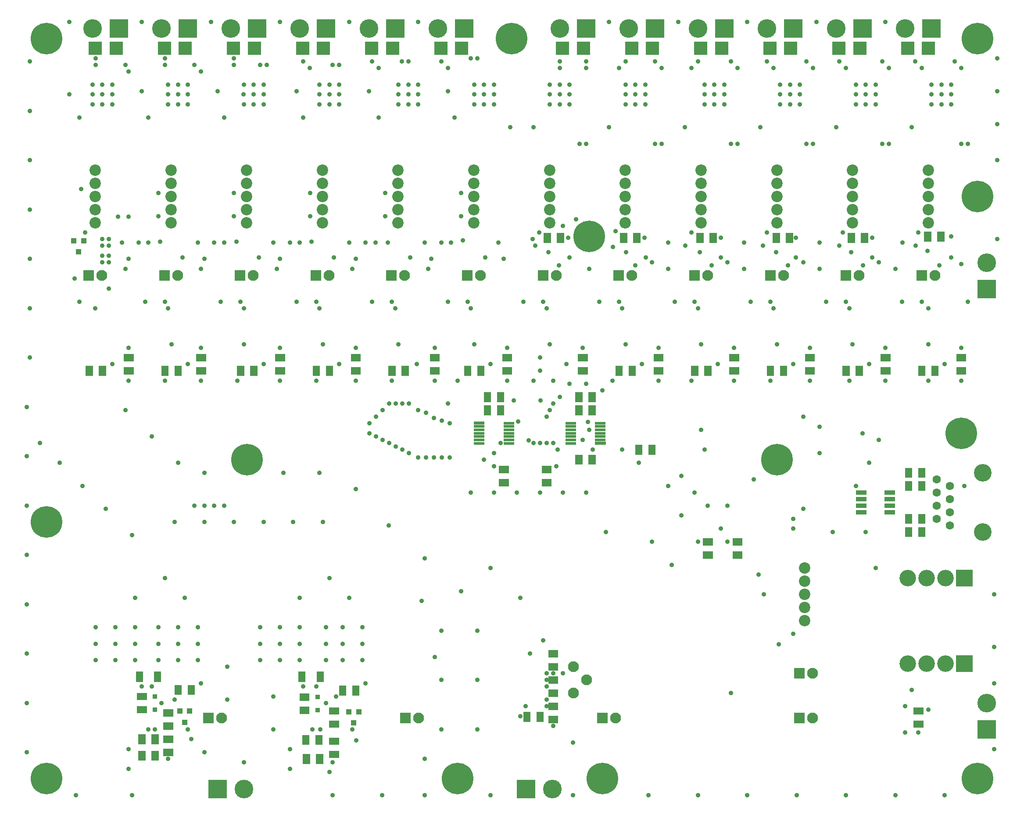
<source format=gbs>
G04 #@! TF.GenerationSoftware,KiCad,Pcbnew,(5.1.6)-1*
G04 #@! TF.CreationDate,2023-07-15T17:20:03+02:00*
G04 #@! TF.ProjectId,zone-controller,7a6f6e65-2d63-46f6-9e74-726f6c6c6572,rev?*
G04 #@! TF.SameCoordinates,Original*
G04 #@! TF.FileFunction,Soldermask,Bot*
G04 #@! TF.FilePolarity,Negative*
%FSLAX46Y46*%
G04 Gerber Fmt 4.6, Leading zero omitted, Abs format (unit mm)*
G04 Created by KiCad (PCBNEW (5.1.6)-1) date 2023-07-15 17:20:03*
%MOMM*%
%LPD*%
G01*
G04 APERTURE LIST*
%ADD10C,0.900000*%
%ADD11C,0.100000*%
%ADD12R,1.100000X1.100000*%
%ADD13C,6.100000*%
%ADD14C,2.200000*%
%ADD15R,2.600000X2.600000*%
%ADD16R,1.400000X2.100000*%
%ADD17R,2.100000X2.100000*%
%ADD18C,2.100000*%
%ADD19R,3.600000X3.600000*%
%ADD20C,3.600000*%
%ADD21R,2.100000X0.900000*%
%ADD22R,2.100000X0.600000*%
%ADD23O,3.200000X3.200000*%
%ADD24R,3.200000X3.200000*%
%ADD25C,1.600000*%
%ADD26C,3.400000*%
%ADD27R,0.900000X0.900000*%
G04 APERTURE END LIST*
D10*
X42418000Y-34290000D03*
X202692000Y-36830000D03*
X41656000Y-25908000D03*
X209550000Y-35052000D03*
X204978000Y-37846000D03*
X209550000Y-39116000D03*
X211455000Y-40386000D03*
X207264000Y-40640000D03*
X194310000Y-35306000D03*
X190246000Y-38100000D03*
X192532000Y-40640000D03*
X194310000Y-39116000D03*
X187960000Y-36830000D03*
X179578000Y-35306000D03*
X179578000Y-39116000D03*
X175768000Y-38100000D03*
X173228000Y-36830000D03*
X178054000Y-40640000D03*
X133858000Y-40640000D03*
X134620000Y-33020000D03*
X128778000Y-35560000D03*
X131826000Y-38100000D03*
X135636000Y-35306000D03*
X135890000Y-39116000D03*
X146812000Y-38100000D03*
X150622000Y-39116000D03*
X150368000Y-35306000D03*
X144272000Y-37084000D03*
X158242000Y-36830000D03*
X165100000Y-35306000D03*
X165100000Y-39116000D03*
X161036000Y-38100000D03*
X163322000Y-40640000D03*
X148590000Y-40640000D03*
X130048000Y-34290000D03*
X137160000Y-31750000D03*
X122174000Y-36195000D03*
X115316000Y-35814000D03*
X119634000Y-39116000D03*
X105156000Y-39116000D03*
X100838000Y-36195000D03*
X86106000Y-36068000D03*
X90424000Y-39116000D03*
X71628000Y-36068000D03*
X75946000Y-39116000D03*
X56896000Y-36068000D03*
X61214000Y-39116000D03*
X48768000Y-31242000D03*
X50800000Y-31242000D03*
D11*
G36*
X132272000Y-34356000D02*
G01*
X132272000Y-36256000D01*
X130872000Y-36256000D01*
X130872000Y-34356000D01*
X132272000Y-34356000D01*
G37*
G36*
X134812000Y-34356000D02*
G01*
X134812000Y-36256000D01*
X133412000Y-36256000D01*
X133412000Y-34356000D01*
X134812000Y-34356000D01*
G37*
G36*
X205678000Y-34102000D02*
G01*
X205678000Y-36002000D01*
X204278000Y-36002000D01*
X204278000Y-34102000D01*
X205678000Y-34102000D01*
G37*
G36*
X208218000Y-34102000D02*
G01*
X208218000Y-36002000D01*
X206818000Y-36002000D01*
X206818000Y-34102000D01*
X208218000Y-34102000D01*
G37*
G36*
X147004000Y-34356000D02*
G01*
X147004000Y-36256000D01*
X145604000Y-36256000D01*
X145604000Y-34356000D01*
X147004000Y-34356000D01*
G37*
G36*
X149544000Y-34356000D02*
G01*
X149544000Y-36256000D01*
X148144000Y-36256000D01*
X148144000Y-34356000D01*
X149544000Y-34356000D01*
G37*
G36*
X161736000Y-34356000D02*
G01*
X161736000Y-36256000D01*
X160336000Y-36256000D01*
X160336000Y-34356000D01*
X161736000Y-34356000D01*
G37*
G36*
X164276000Y-34356000D02*
G01*
X164276000Y-36256000D01*
X162876000Y-36256000D01*
X162876000Y-34356000D01*
X164276000Y-34356000D01*
G37*
G36*
X190946000Y-34356000D02*
G01*
X190946000Y-36256000D01*
X189546000Y-36256000D01*
X189546000Y-34356000D01*
X190946000Y-34356000D01*
G37*
G36*
X193486000Y-34356000D02*
G01*
X193486000Y-36256000D01*
X192086000Y-36256000D01*
X192086000Y-34356000D01*
X193486000Y-34356000D01*
G37*
G36*
X176468000Y-34356000D02*
G01*
X176468000Y-36256000D01*
X175068000Y-36256000D01*
X175068000Y-34356000D01*
X176468000Y-34356000D01*
G37*
G36*
X179008000Y-34356000D02*
G01*
X179008000Y-36256000D01*
X177608000Y-36256000D01*
X177608000Y-34356000D01*
X179008000Y-34356000D01*
G37*
D12*
X41148000Y-38030000D03*
X42098000Y-35830000D03*
X40198000Y-35830000D03*
D10*
X89535000Y-100965000D03*
X57785000Y-100965000D03*
X107950000Y-135890000D03*
X33655000Y-74930000D03*
X37465000Y-78740000D03*
X46355000Y-87630000D03*
X41910000Y-83185000D03*
X51435000Y-92710000D03*
X59690000Y-90170000D03*
X65405000Y-90170000D03*
X71120000Y-90170000D03*
D13*
X34925000Y-90170000D03*
X214630000Y-27305000D03*
X114300000Y-139700000D03*
X211455000Y-73025000D03*
D10*
X184150000Y-71755000D03*
X184150000Y-76835000D03*
X160020000Y-84455000D03*
X171450000Y-81915000D03*
X173355000Y-104140000D03*
X180975000Y-69850000D03*
X180975000Y-87630000D03*
X191135000Y-83185000D03*
X194945000Y-99060000D03*
X193040000Y-92075000D03*
X193675000Y-78740000D03*
X195580000Y-74295000D03*
X192405000Y-73025000D03*
X186690000Y-92075000D03*
X179070000Y-91440000D03*
X179070000Y-89535000D03*
X155575000Y-98425000D03*
X157480000Y-88900000D03*
X157480000Y-81280000D03*
X133604000Y-76200000D03*
X121285000Y-76835000D03*
X121285000Y-79375000D03*
X133350000Y-79375000D03*
X130175000Y-60960000D03*
X130175000Y-58420000D03*
D11*
G36*
X205675000Y-61910000D02*
G01*
X205675000Y-60010000D01*
X207075000Y-60010000D01*
X207075000Y-61910000D01*
X205675000Y-61910000D01*
G37*
G36*
X203135000Y-61910000D02*
G01*
X203135000Y-60010000D01*
X204535000Y-60010000D01*
X204535000Y-61910000D01*
X203135000Y-61910000D01*
G37*
G36*
X147255000Y-61910000D02*
G01*
X147255000Y-60010000D01*
X148655000Y-60010000D01*
X148655000Y-61910000D01*
X147255000Y-61910000D01*
G37*
G36*
X144715000Y-61910000D02*
G01*
X144715000Y-60010000D01*
X146115000Y-60010000D01*
X146115000Y-61910000D01*
X144715000Y-61910000D01*
G37*
G36*
X88835000Y-61910000D02*
G01*
X88835000Y-60010000D01*
X90235000Y-60010000D01*
X90235000Y-61910000D01*
X88835000Y-61910000D01*
G37*
G36*
X86295000Y-61910000D02*
G01*
X86295000Y-60010000D01*
X87695000Y-60010000D01*
X87695000Y-61910000D01*
X86295000Y-61910000D01*
G37*
G36*
X149925000Y-75250000D02*
G01*
X149925000Y-77150000D01*
X148525000Y-77150000D01*
X148525000Y-75250000D01*
X149925000Y-75250000D01*
G37*
G36*
X152465000Y-75250000D02*
G01*
X152465000Y-77150000D01*
X151065000Y-77150000D01*
X151065000Y-75250000D01*
X152465000Y-75250000D01*
G37*
G36*
X191070000Y-61910000D02*
G01*
X191070000Y-60010000D01*
X192470000Y-60010000D01*
X192470000Y-61910000D01*
X191070000Y-61910000D01*
G37*
G36*
X188530000Y-61910000D02*
G01*
X188530000Y-60010000D01*
X189930000Y-60010000D01*
X189930000Y-61910000D01*
X188530000Y-61910000D01*
G37*
G36*
X74230000Y-61910000D02*
G01*
X74230000Y-60010000D01*
X75630000Y-60010000D01*
X75630000Y-61910000D01*
X74230000Y-61910000D01*
G37*
G36*
X71690000Y-61910000D02*
G01*
X71690000Y-60010000D01*
X73090000Y-60010000D01*
X73090000Y-61910000D01*
X71690000Y-61910000D01*
G37*
G36*
X132395000Y-80710000D02*
G01*
X130495000Y-80710000D01*
X130495000Y-79310000D01*
X132395000Y-79310000D01*
X132395000Y-80710000D01*
G37*
G36*
X132395000Y-83250000D02*
G01*
X130495000Y-83250000D01*
X130495000Y-81850000D01*
X132395000Y-81850000D01*
X132395000Y-83250000D01*
G37*
G36*
X176465000Y-61910000D02*
G01*
X176465000Y-60010000D01*
X177865000Y-60010000D01*
X177865000Y-61910000D01*
X176465000Y-61910000D01*
G37*
G36*
X173925000Y-61910000D02*
G01*
X173925000Y-60010000D01*
X175325000Y-60010000D01*
X175325000Y-61910000D01*
X173925000Y-61910000D01*
G37*
G36*
X118045000Y-61910000D02*
G01*
X118045000Y-60010000D01*
X119445000Y-60010000D01*
X119445000Y-61910000D01*
X118045000Y-61910000D01*
G37*
G36*
X115505000Y-61910000D02*
G01*
X115505000Y-60010000D01*
X116905000Y-60010000D01*
X116905000Y-61910000D01*
X115505000Y-61910000D01*
G37*
G36*
X59625000Y-61910000D02*
G01*
X59625000Y-60010000D01*
X61025000Y-60010000D01*
X61025000Y-61910000D01*
X59625000Y-61910000D01*
G37*
G36*
X57085000Y-61910000D02*
G01*
X57085000Y-60010000D01*
X58485000Y-60010000D01*
X58485000Y-61910000D01*
X57085000Y-61910000D01*
G37*
G36*
X124140000Y-80710000D02*
G01*
X122240000Y-80710000D01*
X122240000Y-79310000D01*
X124140000Y-79310000D01*
X124140000Y-80710000D01*
G37*
G36*
X124140000Y-83250000D02*
G01*
X122240000Y-83250000D01*
X122240000Y-81850000D01*
X124140000Y-81850000D01*
X124140000Y-83250000D01*
G37*
G36*
X161860000Y-61910000D02*
G01*
X161860000Y-60010000D01*
X163260000Y-60010000D01*
X163260000Y-61910000D01*
X161860000Y-61910000D01*
G37*
G36*
X159320000Y-61910000D02*
G01*
X159320000Y-60010000D01*
X160720000Y-60010000D01*
X160720000Y-61910000D01*
X159320000Y-61910000D01*
G37*
G36*
X103440000Y-61910000D02*
G01*
X103440000Y-60010000D01*
X104840000Y-60010000D01*
X104840000Y-61910000D01*
X103440000Y-61910000D01*
G37*
G36*
X100900000Y-61910000D02*
G01*
X100900000Y-60010000D01*
X102300000Y-60010000D01*
X102300000Y-61910000D01*
X100900000Y-61910000D01*
G37*
G36*
X45020000Y-61910000D02*
G01*
X45020000Y-60010000D01*
X46420000Y-60010000D01*
X46420000Y-61910000D01*
X45020000Y-61910000D01*
G37*
G36*
X42480000Y-61910000D02*
G01*
X42480000Y-60010000D01*
X43880000Y-60010000D01*
X43880000Y-61910000D01*
X42480000Y-61910000D01*
G37*
D10*
X112395000Y-67310000D03*
X109855000Y-116205000D03*
X200152000Y-36195000D03*
X184150000Y-36195000D03*
X169545000Y-36195000D03*
X154940000Y-36195000D03*
X39370000Y6350000D03*
X49530000Y-36195000D03*
X64135000Y-36195000D03*
X78740000Y-36195000D03*
X93345000Y-36195000D03*
X93980000Y-41275000D03*
X107950000Y-36195000D03*
X108585000Y-41275000D03*
X129286000Y-36830000D03*
X209550000Y-9525000D03*
X207645000Y-9525000D03*
X205740000Y-9525000D03*
X205740000Y-7620000D03*
X207645000Y-7620000D03*
X209550000Y-7620000D03*
X209550000Y-5715000D03*
X207645000Y-5715000D03*
X205740000Y-5715000D03*
X191135000Y-9525000D03*
X193040000Y-9525000D03*
X194945000Y-9525000D03*
X194945000Y-7620000D03*
X193040000Y-7620000D03*
X191135000Y-7620000D03*
X194945000Y-5715000D03*
X193040000Y-5715000D03*
X191135000Y-5715000D03*
X180340000Y-9525000D03*
X178435000Y-9525000D03*
X176530000Y-9525000D03*
X176530000Y-7620000D03*
X178435000Y-7620000D03*
X180340000Y-7620000D03*
X180340000Y-5715000D03*
X178435000Y-5715000D03*
X176530000Y-5715000D03*
X165735000Y-9525000D03*
X163830000Y-9525000D03*
X161925000Y-9525000D03*
X161925000Y-7620000D03*
X163830000Y-7620000D03*
X165735000Y-7620000D03*
X165735000Y-5715000D03*
X163830000Y-5715000D03*
X161925000Y-5715000D03*
X146685000Y-9525000D03*
X148590000Y-9525000D03*
X150495000Y-9525000D03*
X150495000Y-7620000D03*
X148590000Y-7620000D03*
X146685000Y-7620000D03*
X150495000Y-5715000D03*
X148590000Y-5715000D03*
X146685000Y-5715000D03*
X135890000Y-9525000D03*
X133985000Y-9525000D03*
X132080000Y-9525000D03*
X132080000Y-7620000D03*
X133985000Y-7620000D03*
X135890000Y-7620000D03*
X135890000Y-5715000D03*
X133985000Y-5715000D03*
X132080000Y-5715000D03*
X121285000Y-9525000D03*
X119380000Y-9525000D03*
X117475000Y-9525000D03*
X117475000Y-7620000D03*
X119380000Y-7620000D03*
X121285000Y-7620000D03*
X121285000Y-5715000D03*
X119380000Y-5715000D03*
X117475000Y-5715000D03*
X106680000Y-9525000D03*
X104775000Y-9525000D03*
X102870000Y-9525000D03*
X106680000Y-7620000D03*
X104775000Y-7620000D03*
X102870000Y-7620000D03*
X106680000Y-5715000D03*
X104775000Y-5715000D03*
X102870000Y-5715000D03*
X91440000Y-9525000D03*
X89535000Y-9525000D03*
X87630000Y-9525000D03*
X87630000Y-7620000D03*
X89535000Y-7620000D03*
X91440000Y-7620000D03*
X91440000Y-5715000D03*
X89535000Y-5715000D03*
X87630000Y-5715000D03*
X73025000Y-9525000D03*
X74930000Y-9525000D03*
X76835000Y-9525000D03*
X76835000Y-7620000D03*
X74930000Y-7620000D03*
X72957000Y-7620000D03*
X76835000Y-5715000D03*
X74930000Y-5715000D03*
X73025000Y-5715000D03*
X58420000Y-9525000D03*
X58420000Y-7620000D03*
X60325000Y-7620000D03*
X60325000Y-9525000D03*
X62230000Y-9525000D03*
X62230000Y-7620000D03*
X62230000Y-5715000D03*
X60325000Y-5715000D03*
X58420000Y-5715000D03*
X45720000Y-9525000D03*
X45720000Y-5715000D03*
X45720000Y-7620000D03*
X47625000Y-7620000D03*
X47625000Y-9525000D03*
X43815000Y-9525000D03*
X43815000Y-7620000D03*
X47625000Y-5715000D03*
X43815000Y-5715000D03*
X44450000Y-116840000D03*
X48260000Y-116840000D03*
X52070000Y-116840000D03*
X52070000Y-113665000D03*
X48260000Y-113665000D03*
X44450000Y-113665000D03*
X44450000Y-110490000D03*
X48260000Y-110490000D03*
X52070000Y-110490000D03*
X60325000Y-113665000D03*
X56515000Y-113665000D03*
X56515000Y-116840000D03*
X60325000Y-116840000D03*
X64135000Y-116840000D03*
X64135000Y-113665000D03*
X64135000Y-110490000D03*
X60325000Y-110490000D03*
X56515000Y-110490000D03*
X88265000Y-90170000D03*
X82550000Y-90170000D03*
X76835000Y-90170000D03*
X78740000Y-123825000D03*
X78740000Y-130175000D03*
X83820000Y-116840000D03*
X83820000Y-113665000D03*
X80010000Y-113665000D03*
X80010000Y-116840000D03*
X76200000Y-116840000D03*
X76200000Y-113665000D03*
X76200000Y-110490000D03*
X80010000Y-110490000D03*
X83820000Y-110490000D03*
X92075000Y-110490000D03*
X95885000Y-113665000D03*
X88900000Y-113665000D03*
X92075000Y-113665000D03*
X92075000Y-116840000D03*
X95885000Y-116840000D03*
X95885000Y-110490000D03*
X88900000Y-110490000D03*
X88900000Y-116840000D03*
X107315000Y-105410000D03*
X111125000Y-111125000D03*
X111125000Y-120650000D03*
X111125000Y-130175000D03*
X107950000Y-142875000D03*
X99695000Y-142875000D03*
X90170000Y-142875000D03*
X217805000Y-104140000D03*
X217805000Y-114300000D03*
X217805000Y-121285000D03*
X217805000Y-133985000D03*
X55245000Y-73660000D03*
X60325000Y-78740000D03*
X65405000Y-80645000D03*
X80645000Y-80645000D03*
X87630000Y-80645000D03*
X94615000Y-83820000D03*
X100965000Y-90805000D03*
X107950000Y-97155000D03*
X114935000Y-103505000D03*
X50165000Y-68580000D03*
X118110000Y-111125000D03*
X118110000Y-120650000D03*
X118110000Y-130175000D03*
X136525000Y-142875000D03*
X120650000Y-142875000D03*
X151130000Y-142875000D03*
X160655000Y-142875000D03*
X170180000Y-142875000D03*
X179705000Y-142875000D03*
X189230000Y-142875000D03*
X198755000Y-142875000D03*
X208280000Y-142875000D03*
X51435000Y-142875000D03*
X40640000Y-142875000D03*
X31115000Y-134620000D03*
X31115000Y-125095000D03*
X31115000Y-115570000D03*
X31115000Y-106045000D03*
X31115000Y-96520000D03*
X31115000Y-86995000D03*
X31115000Y-77470000D03*
X31115000Y-67945000D03*
X31750000Y-58420000D03*
X218440000Y-35560000D03*
X218440000Y-13335000D03*
X218440000Y-20320000D03*
X218440000Y-6985000D03*
X218440000Y-635000D03*
X196850000Y6350000D03*
X183515000Y6350000D03*
X170180000Y6350000D03*
X156845000Y6350000D03*
X143510000Y6350000D03*
X31750000Y-1270000D03*
X31750000Y-10795000D03*
X106680000Y6350000D03*
X93345000Y6350000D03*
X80010000Y6350000D03*
X66675000Y6350000D03*
X53340000Y6350000D03*
X31750000Y-48895000D03*
X31750000Y-39370000D03*
X31750000Y-29845000D03*
X31750000Y-20320000D03*
X166370000Y-86995000D03*
X120650000Y-99060000D03*
X126365000Y-104775000D03*
X179070000Y-111760000D03*
X137795000Y-17145000D03*
X211455000Y-17145000D03*
X203200000Y-34290000D03*
X188595000Y-34290000D03*
X173990000Y-34290000D03*
X197485000Y-17145000D03*
X182880000Y-17145000D03*
X168275000Y-17145000D03*
X144780000Y-34036000D03*
X159385000Y-34290000D03*
X153670000Y-17145000D03*
X139065000Y-17145000D03*
X196215000Y-17145000D03*
X158115000Y-13970000D03*
X167005000Y-17145000D03*
X151765000Y-40005000D03*
X139700000Y-41275000D03*
X123190000Y-39370000D03*
D14*
X44323000Y-22225000D03*
X44323000Y-32385000D03*
X44323000Y-27305000D03*
X44323000Y-29845000D03*
X44323000Y-24765000D03*
X58939540Y-22225000D03*
X58939540Y-32385000D03*
X58939540Y-27305000D03*
X58939540Y-29845000D03*
X58939540Y-24765000D03*
D13*
X142240000Y-139700000D03*
D10*
X197485000Y-2540000D03*
X196215000Y-1270000D03*
X189230000Y-2540000D03*
X187960000Y-1270000D03*
X203835000Y-2540000D03*
X202565000Y-1270000D03*
X211455000Y-2540000D03*
X210185000Y-1270000D03*
X175260000Y-2540000D03*
X173990000Y-1270000D03*
X182880000Y-2540000D03*
X181610000Y-1270000D03*
X159385000Y-2540000D03*
X160655000Y-1270000D03*
X168275000Y-2540000D03*
X167005000Y-1270000D03*
X145415000Y-2540000D03*
X146685000Y-1270000D03*
X153670000Y-2540000D03*
X152400000Y-1270000D03*
X139065000Y-2540000D03*
X139065000Y-1270000D03*
X133985000Y-2540000D03*
X133985000Y-1270000D03*
X112395000Y-2540000D03*
X111125000Y-1270000D03*
X118110000Y-635000D03*
X116840000Y-635000D03*
X104775000Y-1270000D03*
X103505000Y-1270000D03*
X99060000Y-2540000D03*
X97790000Y-1270000D03*
X91440000Y-1905000D03*
X90170000Y-1905000D03*
X85725000Y-2540000D03*
X84455000Y-1270000D03*
X77470000Y-1905000D03*
X76200000Y-1905000D03*
X71120000Y-1905000D03*
X71120000Y-635000D03*
X57785000Y-1905000D03*
X57785000Y-635000D03*
X64770000Y-3175000D03*
X63500000Y-1905000D03*
X50800000Y-3175000D03*
X50165000Y-1905000D03*
X44450000Y-1905000D03*
X44450000Y-635000D03*
D15*
X44355000Y1270000D03*
X48355000Y1270000D03*
D13*
X124714000Y3175000D03*
X139700000Y-35052000D03*
X175895000Y-78105000D03*
X73660000Y-78105000D03*
X34925000Y-139700000D03*
X214630000Y-139700000D03*
X214630000Y3175000D03*
X34925000Y3175000D03*
D14*
X146638818Y-22225000D03*
X146638818Y-32385000D03*
X146638818Y-27305000D03*
X146638818Y-29845000D03*
X146638818Y-24765000D03*
X117405727Y-22225000D03*
X117405727Y-32385000D03*
X117405727Y-27305000D03*
X117405727Y-29845000D03*
X117405727Y-24765000D03*
X132022273Y-22225000D03*
X132022273Y-32385000D03*
X132022273Y-27305000D03*
X132022273Y-29845000D03*
X132022273Y-24765000D03*
X205105000Y-22225000D03*
X205105000Y-32385000D03*
X205105000Y-27305000D03*
X205105000Y-29845000D03*
X205105000Y-24765000D03*
X190488455Y-22225000D03*
X190488455Y-32385000D03*
X190488455Y-27305000D03*
X190488455Y-29845000D03*
X190488455Y-24765000D03*
X175871909Y-22225000D03*
X175871909Y-32385000D03*
X175871909Y-27305000D03*
X175871909Y-29845000D03*
X175871909Y-24765000D03*
X161255364Y-22225000D03*
X161255364Y-32385000D03*
X161255364Y-27305000D03*
X161255364Y-29845000D03*
X161255364Y-24765000D03*
X102789182Y-22225000D03*
X102789182Y-32385000D03*
X102789182Y-27305000D03*
X102789182Y-29845000D03*
X102789182Y-24765000D03*
X88172636Y-22225000D03*
X88172636Y-32385000D03*
X88172636Y-27305000D03*
X88172636Y-29845000D03*
X88172636Y-24765000D03*
X73556091Y-22225000D03*
X73556091Y-32385000D03*
X73556091Y-27305000D03*
X73556091Y-29845000D03*
X73556091Y-24765000D03*
X181229000Y-99060000D03*
X181229000Y-109220000D03*
X181229000Y-104140000D03*
X181229000Y-106680000D03*
X181229000Y-101600000D03*
D16*
X52860000Y-120015000D03*
X56360000Y-120015000D03*
X84229000Y-120015000D03*
X87729000Y-120015000D03*
D11*
G36*
X61025000Y-121605000D02*
G01*
X61025000Y-123505000D01*
X59625000Y-123505000D01*
X59625000Y-121605000D01*
X61025000Y-121605000D01*
G37*
G36*
X63565000Y-121605000D02*
G01*
X63565000Y-123505000D01*
X62165000Y-123505000D01*
X62165000Y-121605000D01*
X63565000Y-121605000D01*
G37*
D17*
X43053000Y-42545000D03*
D18*
X45593000Y-42545000D03*
D10*
X83820000Y-104775000D03*
X52070000Y-104775000D03*
D15*
X201105000Y1270000D03*
X205105000Y1270000D03*
D19*
X205740000Y5080000D03*
D20*
X200660000Y5080000D03*
D19*
X192405000Y5080000D03*
D20*
X187325000Y5080000D03*
D19*
X179070000Y5080000D03*
D20*
X173990000Y5080000D03*
D19*
X165735000Y5080000D03*
D20*
X160655000Y5080000D03*
D19*
X152400000Y5080000D03*
D20*
X147320000Y5080000D03*
D19*
X139065000Y5080000D03*
D20*
X133985000Y5080000D03*
D19*
X115570000Y5080000D03*
D20*
X110490000Y5080000D03*
D19*
X102235000Y5080000D03*
D20*
X97155000Y5080000D03*
D19*
X88900000Y5080000D03*
D20*
X83820000Y5080000D03*
D19*
X75565000Y5080000D03*
D20*
X70485000Y5080000D03*
D19*
X62230000Y5080000D03*
D20*
X57150000Y5080000D03*
D19*
X216408000Y-45212000D03*
D20*
X216408000Y-40132000D03*
D19*
X216408000Y-130175000D03*
D20*
X216408000Y-125095000D03*
D19*
X48895000Y5080000D03*
D20*
X43815000Y5080000D03*
D19*
X127508000Y-141732000D03*
D20*
X132588000Y-141732000D03*
D19*
X67945000Y-141732000D03*
D20*
X73025000Y-141732000D03*
D21*
X197705000Y-85725000D03*
X192185000Y-86995000D03*
X192185000Y-85725000D03*
X197705000Y-84455000D03*
X192185000Y-88265000D03*
X192185000Y-84455000D03*
X197705000Y-86995000D03*
X197705000Y-88265000D03*
D22*
X118422500Y-72375000D03*
D11*
G36*
X117372500Y-71375000D02*
G01*
X117372500Y-70775000D01*
X119472500Y-70775000D01*
X119472500Y-71375000D01*
X117372500Y-71375000D01*
G37*
D22*
X124147500Y-73025000D03*
X118422500Y-71725000D03*
X118422500Y-73675000D03*
X124147500Y-73675000D03*
X124147500Y-71725000D03*
X118422500Y-74975000D03*
X118422500Y-74325000D03*
X118422500Y-73025000D03*
X124147500Y-72375000D03*
X124147500Y-74325000D03*
X124147500Y-71075000D03*
X124147500Y-74975000D03*
X141800500Y-73675000D03*
D11*
G36*
X142850500Y-74675000D02*
G01*
X142850500Y-75275000D01*
X140750500Y-75275000D01*
X140750500Y-74675000D01*
X142850500Y-74675000D01*
G37*
D22*
X136075500Y-73025000D03*
X141800500Y-74325000D03*
X141800500Y-72375000D03*
X136075500Y-72375000D03*
X136075500Y-74325000D03*
X141800500Y-71075000D03*
X141800500Y-71725000D03*
X141800500Y-73025000D03*
X136075500Y-73675000D03*
X136075500Y-71725000D03*
X136075500Y-74975000D03*
X136075500Y-71075000D03*
D10*
X93345000Y-104775000D03*
X84455000Y-121920000D03*
X86995000Y-121920000D03*
X96520000Y-121285000D03*
X90805000Y-123825000D03*
X88900000Y-125095000D03*
X86233000Y-130175000D03*
X87757000Y-130175000D03*
X93980000Y-130175000D03*
X94742000Y-132334000D03*
X90170000Y-136525000D03*
X89535000Y-138430000D03*
X81915000Y-133985000D03*
X81915000Y-137795000D03*
X61595000Y-104775000D03*
X53340000Y-121920000D03*
X55245000Y-121920000D03*
X59690000Y-124460000D03*
X64770000Y-121285000D03*
X57150000Y-125095000D03*
X62230000Y-130175000D03*
X62865000Y-132080000D03*
X58420000Y-135890000D03*
X50800000Y-133985000D03*
X50800000Y-137795000D03*
X69850000Y-124460000D03*
X65405000Y-134620000D03*
X73025000Y-136525000D03*
X69850000Y-118110000D03*
X149225000Y-78740000D03*
X63500000Y-86995000D03*
X69215000Y-86995000D03*
X67310000Y-86995000D03*
X65405000Y-86995000D03*
X45720000Y-40005000D03*
X46990000Y-40005000D03*
X45720000Y-36830000D03*
X46990000Y-36830000D03*
X46990000Y-38735000D03*
X46990000Y-35560000D03*
X46990000Y-45085000D03*
X41275000Y-47625000D03*
X40386000Y-43180000D03*
X161925000Y-76200000D03*
X146050000Y-76200000D03*
X162560000Y-86995000D03*
X165100000Y-91440000D03*
X212090000Y-83185000D03*
X167005000Y-123190000D03*
X154940000Y-83185000D03*
X161290000Y-72390000D03*
X151765000Y-93980000D03*
X151765000Y-93980000D03*
X139065000Y-63500000D03*
X135890000Y-63500000D03*
X142875000Y-92075000D03*
X200660000Y-125730000D03*
X201930000Y-122555000D03*
X140335000Y-76200000D03*
X45720000Y-35560000D03*
X45720000Y-38735000D03*
X41275000Y-12065000D03*
X198755000Y-41275000D03*
X184150000Y-41275000D03*
X169545000Y-41275000D03*
X154940000Y-41275000D03*
X113030000Y-36195000D03*
X114935000Y-31115000D03*
X114935000Y-26670000D03*
X113665000Y-12065000D03*
X96520000Y-36195000D03*
X100330000Y-31115000D03*
X100330000Y-26670000D03*
X99060000Y-12065000D03*
X83820000Y-36195000D03*
X85852000Y-31115000D03*
X85852000Y-26670000D03*
X84455000Y-12065000D03*
X69215000Y-12065000D03*
X69215000Y-36195000D03*
X71120000Y-31115000D03*
X71120000Y-26670000D03*
X54610000Y-12065000D03*
X50165000Y-41275000D03*
X56515000Y-31115000D03*
X56515000Y-26670000D03*
X176276000Y-113792000D03*
X203200000Y-130810000D03*
X200660000Y-130810000D03*
X205105000Y-126365000D03*
X172339000Y-100330000D03*
X166370000Y-93980000D03*
X160655000Y-93980000D03*
X139065000Y-84455000D03*
X134620000Y-84455000D03*
X130175000Y-84455000D03*
X125730000Y-84455000D03*
X121285000Y-84455000D03*
X116840000Y-84455000D03*
X47625000Y-59690000D03*
X62230000Y-59690000D03*
X76835000Y-59690000D03*
X91440000Y-59690000D03*
X106680000Y-68580000D03*
X108204000Y-69088000D03*
X109728000Y-70104000D03*
X111252000Y-70612000D03*
X106680000Y-77724000D03*
X108204000Y-77724000D03*
X109728000Y-77724000D03*
X111252000Y-77724000D03*
X112776000Y-71120000D03*
X112776000Y-77724000D03*
X106426000Y-59690000D03*
X135255000Y-59690000D03*
X120650000Y-59690000D03*
X208280000Y-59690000D03*
X193675000Y-59690000D03*
X179070000Y-59690000D03*
X164465000Y-59690000D03*
X149860000Y-59690000D03*
X119380000Y-78105000D03*
X120015000Y-68580000D03*
X122555000Y-68580000D03*
X142240000Y-64770000D03*
X139446000Y-70866000D03*
X138430000Y-74295000D03*
X139700000Y-72390000D03*
X125095000Y-66675000D03*
X125984000Y-70739000D03*
X133985000Y-66040000D03*
X132715000Y-67310000D03*
X132080000Y-68580000D03*
X131445000Y-69850000D03*
X130302000Y-66675000D03*
X128016000Y-74422000D03*
X128905000Y-74930000D03*
X130175000Y-74930000D03*
X132715000Y-74930000D03*
X131445000Y-74930000D03*
X122555000Y-74930000D03*
X205105000Y-55880000D03*
X211455000Y-62865000D03*
X205105000Y-62865000D03*
X211455000Y-56515000D03*
X196850000Y-56515000D03*
X182245000Y-56515000D03*
X189865000Y-62865000D03*
X174625000Y-62865000D03*
X190500000Y-55880000D03*
X175895000Y-55880000D03*
X196850000Y-62865000D03*
X182245000Y-62865000D03*
X167640000Y-56515000D03*
X153035000Y-56515000D03*
X161290000Y-55880000D03*
X146685000Y-55880000D03*
X144145000Y-62865000D03*
X159385000Y-62865000D03*
X167640000Y-62865000D03*
X153035000Y-62865000D03*
X138430000Y-56515000D03*
X123825000Y-56515000D03*
X132080000Y-55880000D03*
X117475000Y-55880000D03*
X128905000Y-62865000D03*
X114300000Y-62865000D03*
X132715000Y-62865000D03*
X123825000Y-62865000D03*
X109855000Y-56515000D03*
X109855000Y-62865000D03*
X102870000Y-55880000D03*
X101600000Y-62865000D03*
X94615000Y-62865000D03*
X88265000Y-55880000D03*
X86995000Y-62865000D03*
X94615000Y-56515000D03*
X80010000Y-56515000D03*
X71755000Y-62865000D03*
X57785000Y-62865000D03*
X80010000Y-62865000D03*
X73025000Y-55880000D03*
X59055000Y-55880000D03*
X64770000Y-56515000D03*
X64770000Y-62865000D03*
X50800000Y-62865000D03*
X50800000Y-56515000D03*
X104902000Y-67310000D03*
X103632000Y-67310000D03*
X102362000Y-67310000D03*
X101092000Y-67310000D03*
X99822000Y-68580000D03*
X98552000Y-69850000D03*
X97282000Y-71120000D03*
X97282000Y-73025000D03*
X98552000Y-73660000D03*
X99822000Y-74295000D03*
X101092000Y-74930000D03*
X102362000Y-75565000D03*
X103632000Y-76200000D03*
X104902000Y-76835000D03*
X54610000Y-36195000D03*
X131445000Y-121920000D03*
X131445000Y-119380000D03*
X131445000Y-120650000D03*
X136525000Y-132715000D03*
X132715000Y-119380000D03*
X130810000Y-113030000D03*
X134620000Y-119380000D03*
X131445000Y-125730000D03*
X128270000Y-115570000D03*
X132715000Y-129540000D03*
X127381000Y-125730000D03*
X126365000Y-127635000D03*
X131445000Y-124460000D03*
X212725000Y-47625000D03*
X205105000Y-48895000D03*
X203835000Y-47625000D03*
X200025000Y-47625000D03*
X201930000Y-13970000D03*
X212725000Y-17145000D03*
X189865000Y-48895000D03*
X195580000Y-40005000D03*
X189230000Y-47625000D03*
X185420000Y-47625000D03*
X181610000Y-17145000D03*
X187325000Y-13970000D03*
X172720000Y-13970000D03*
X175260000Y-48895000D03*
X160655000Y-48895000D03*
X146050000Y-48895000D03*
X131445000Y-48895000D03*
X180975000Y-40005000D03*
X174625000Y-47625000D03*
X170815000Y-47625000D03*
X166370000Y-40005000D03*
X160020000Y-47625000D03*
X156210000Y-47625000D03*
X145415000Y-47625000D03*
X141605000Y-47625000D03*
X130810000Y-47625000D03*
X127000000Y-47625000D03*
X152400000Y-17145000D03*
X143510000Y-13970000D03*
X128905000Y-13970000D03*
X124460000Y-13970000D03*
X116840000Y-48895000D03*
X116205000Y-47625000D03*
X112395000Y-47625000D03*
X112395000Y-6985000D03*
X97155000Y-6985000D03*
X111125000Y-36195000D03*
X109220000Y-39370000D03*
X102235000Y-48895000D03*
X101600000Y-47625000D03*
X97790000Y-47625000D03*
X98425000Y-36195000D03*
X94615000Y-39370000D03*
X87630000Y-48895000D03*
X86995000Y-47625000D03*
X83185000Y-47625000D03*
X83185000Y-6985000D03*
X81915000Y-36195000D03*
X80010000Y-39370000D03*
X79375000Y-41275000D03*
X73025000Y-48895000D03*
X72390000Y-47625000D03*
X68580000Y-47625000D03*
X67945000Y-6985000D03*
X67310000Y-36195000D03*
X64770000Y-41275000D03*
X58420000Y-48895000D03*
X57785000Y-47625000D03*
X53975000Y-47625000D03*
X65405000Y-39370000D03*
X50800000Y-39370000D03*
X52705000Y-36195000D03*
X53340000Y-6985000D03*
X44323000Y-48895000D03*
X39370000Y-7620000D03*
X54610000Y-130175000D03*
X55880000Y-130175000D03*
D11*
G36*
X163510000Y-94680000D02*
G01*
X161610000Y-94680000D01*
X161610000Y-93280000D01*
X163510000Y-93280000D01*
X163510000Y-94680000D01*
G37*
G36*
X163510000Y-97220000D02*
G01*
X161610000Y-97220000D01*
X161610000Y-95820000D01*
X163510000Y-95820000D01*
X163510000Y-97220000D01*
G37*
G36*
X169225000Y-94680000D02*
G01*
X167325000Y-94680000D01*
X167325000Y-93280000D01*
X169225000Y-93280000D01*
X169225000Y-94680000D01*
G37*
G36*
X169225000Y-97220000D02*
G01*
X167325000Y-97220000D01*
X167325000Y-95820000D01*
X169225000Y-95820000D01*
X169225000Y-97220000D01*
G37*
G36*
X92775000Y-121732000D02*
G01*
X92775000Y-123632000D01*
X91375000Y-123632000D01*
X91375000Y-121732000D01*
X92775000Y-121732000D01*
G37*
G36*
X95315000Y-121732000D02*
G01*
X95315000Y-123632000D01*
X93915000Y-123632000D01*
X93915000Y-121732000D01*
X95315000Y-121732000D01*
G37*
G36*
X201995000Y-91125000D02*
G01*
X201995000Y-93025000D01*
X200595000Y-93025000D01*
X200595000Y-91125000D01*
X201995000Y-91125000D01*
G37*
G36*
X204535000Y-91125000D02*
G01*
X204535000Y-93025000D01*
X203135000Y-93025000D01*
X203135000Y-91125000D01*
X204535000Y-91125000D01*
G37*
G36*
X201995000Y-88585000D02*
G01*
X201995000Y-90485000D01*
X200595000Y-90485000D01*
X200595000Y-88585000D01*
X201995000Y-88585000D01*
G37*
G36*
X204535000Y-88585000D02*
G01*
X204535000Y-90485000D01*
X203135000Y-90485000D01*
X203135000Y-88585000D01*
X204535000Y-88585000D01*
G37*
G36*
X201995000Y-82235000D02*
G01*
X201995000Y-84135000D01*
X200595000Y-84135000D01*
X200595000Y-82235000D01*
X201995000Y-82235000D01*
G37*
G36*
X204535000Y-82235000D02*
G01*
X204535000Y-84135000D01*
X203135000Y-84135000D01*
X203135000Y-82235000D01*
X204535000Y-82235000D01*
G37*
G36*
X201995000Y-79695000D02*
G01*
X201995000Y-81595000D01*
X200595000Y-81595000D01*
X200595000Y-79695000D01*
X201995000Y-79695000D01*
G37*
G36*
X204535000Y-79695000D02*
G01*
X204535000Y-81595000D01*
X203135000Y-81595000D01*
X203135000Y-79695000D01*
X204535000Y-79695000D01*
G37*
G36*
X83759000Y-125792000D02*
G01*
X85659000Y-125792000D01*
X85659000Y-127192000D01*
X83759000Y-127192000D01*
X83759000Y-125792000D01*
G37*
G36*
X83759000Y-123252000D02*
G01*
X85659000Y-123252000D01*
X85659000Y-124652000D01*
X83759000Y-124652000D01*
X83759000Y-123252000D01*
G37*
G36*
X86930000Y-136840000D02*
G01*
X86930000Y-134940000D01*
X88330000Y-134940000D01*
X88330000Y-136840000D01*
X86930000Y-136840000D01*
G37*
G36*
X84390000Y-136840000D02*
G01*
X84390000Y-134940000D01*
X85790000Y-134940000D01*
X85790000Y-136840000D01*
X84390000Y-136840000D01*
G37*
G36*
X91374000Y-133161000D02*
G01*
X89474000Y-133161000D01*
X89474000Y-131761000D01*
X91374000Y-131761000D01*
X91374000Y-133161000D01*
G37*
G36*
X91374000Y-135701000D02*
G01*
X89474000Y-135701000D01*
X89474000Y-134301000D01*
X91374000Y-134301000D01*
X91374000Y-135701000D01*
G37*
G36*
X86803000Y-133157000D02*
G01*
X86803000Y-131257000D01*
X88203000Y-131257000D01*
X88203000Y-133157000D01*
X86803000Y-133157000D01*
G37*
G36*
X84263000Y-133157000D02*
G01*
X84263000Y-131257000D01*
X85663000Y-131257000D01*
X85663000Y-133157000D01*
X84263000Y-133157000D01*
G37*
G36*
X138368000Y-77155000D02*
G01*
X138368000Y-79055000D01*
X136968000Y-79055000D01*
X136968000Y-77155000D01*
X138368000Y-77155000D01*
G37*
G36*
X140908000Y-77155000D02*
G01*
X140908000Y-79055000D01*
X139508000Y-79055000D01*
X139508000Y-77155000D01*
X140908000Y-77155000D01*
G37*
G36*
X52390000Y-125665000D02*
G01*
X54290000Y-125665000D01*
X54290000Y-127065000D01*
X52390000Y-127065000D01*
X52390000Y-125665000D01*
G37*
G36*
X52390000Y-123125000D02*
G01*
X54290000Y-123125000D01*
X54290000Y-124525000D01*
X52390000Y-124525000D01*
X52390000Y-123125000D01*
G37*
G36*
X55180000Y-136205000D02*
G01*
X55180000Y-134305000D01*
X56580000Y-134305000D01*
X56580000Y-136205000D01*
X55180000Y-136205000D01*
G37*
G36*
X52640000Y-136205000D02*
G01*
X52640000Y-134305000D01*
X54040000Y-134305000D01*
X54040000Y-136205000D01*
X52640000Y-136205000D01*
G37*
G36*
X204150000Y-127319000D02*
G01*
X202250000Y-127319000D01*
X202250000Y-125919000D01*
X204150000Y-125919000D01*
X204150000Y-127319000D01*
G37*
G36*
X204150000Y-129859000D02*
G01*
X202250000Y-129859000D01*
X202250000Y-128459000D01*
X204150000Y-128459000D01*
X204150000Y-129859000D01*
G37*
G36*
X59370000Y-132780000D02*
G01*
X57470000Y-132780000D01*
X57470000Y-131380000D01*
X59370000Y-131380000D01*
X59370000Y-132780000D01*
G37*
G36*
X59370000Y-135320000D02*
G01*
X57470000Y-135320000D01*
X57470000Y-133920000D01*
X59370000Y-133920000D01*
X59370000Y-135320000D01*
G37*
G36*
X55180000Y-133030000D02*
G01*
X55180000Y-131130000D01*
X56580000Y-131130000D01*
X56580000Y-133030000D01*
X55180000Y-133030000D01*
G37*
G36*
X52640000Y-133030000D02*
G01*
X52640000Y-131130000D01*
X54040000Y-131130000D01*
X54040000Y-133030000D01*
X52640000Y-133030000D01*
G37*
D18*
X139141200Y-120650000D03*
X136588500Y-123190000D03*
X136588500Y-118110000D03*
D11*
G36*
X133665000Y-121350000D02*
G01*
X131765000Y-121350000D01*
X131765000Y-119950000D01*
X133665000Y-119950000D01*
X133665000Y-121350000D01*
G37*
G36*
X133665000Y-123890000D02*
G01*
X131765000Y-123890000D01*
X131765000Y-122490000D01*
X133665000Y-122490000D01*
X133665000Y-123890000D01*
G37*
G36*
X131765000Y-127570000D02*
G01*
X133665000Y-127570000D01*
X133665000Y-128970000D01*
X131765000Y-128970000D01*
X131765000Y-127570000D01*
G37*
G36*
X131765000Y-125030000D02*
G01*
X133665000Y-125030000D01*
X133665000Y-126430000D01*
X131765000Y-126430000D01*
X131765000Y-125030000D01*
G37*
G36*
X129475000Y-128712000D02*
G01*
X129475000Y-126812000D01*
X130875000Y-126812000D01*
X130875000Y-128712000D01*
X129475000Y-128712000D01*
G37*
G36*
X126935000Y-128712000D02*
G01*
X126935000Y-126812000D01*
X128335000Y-126812000D01*
X128335000Y-128712000D01*
X126935000Y-128712000D01*
G37*
D12*
X94234000Y-128962000D03*
X95184000Y-126762000D03*
X93284000Y-126762000D03*
X61595000Y-128835000D03*
X62545000Y-126635000D03*
X60645000Y-126635000D03*
D23*
X201170000Y-117475000D03*
X204810000Y-117475000D03*
D24*
X212090000Y-117475000D03*
D23*
X208450000Y-117475000D03*
D25*
X209296000Y-88264000D03*
X206756000Y-81914000D03*
D26*
X215646000Y-92076000D03*
D25*
X209296000Y-83184000D03*
X206756000Y-89534000D03*
X209296000Y-85724000D03*
X206756000Y-86994000D03*
X206756000Y-84454000D03*
X209296000Y-90804000D03*
D26*
X215646000Y-80644000D03*
D23*
X201170000Y-100965000D03*
X204810000Y-100965000D03*
D24*
X212090000Y-100965000D03*
D23*
X208450000Y-100965000D03*
D17*
X104194000Y-128000000D03*
D18*
X106734000Y-128000000D03*
D27*
X87249000Y-126492000D03*
X87249000Y-123952000D03*
D17*
X66194000Y-128000000D03*
D18*
X68734000Y-128000000D03*
D17*
X180194000Y-119380000D03*
D18*
X182734000Y-119380000D03*
D27*
X55880000Y-126365000D03*
X55880000Y-123825000D03*
D17*
X180194000Y-128000000D03*
D18*
X182734000Y-128000000D03*
D17*
X203835000Y-42545000D03*
D18*
X206375000Y-42545000D03*
D17*
X189218455Y-42545000D03*
D18*
X191758455Y-42545000D03*
D17*
X174601909Y-42545000D03*
D18*
X177141909Y-42545000D03*
D17*
X159985364Y-42545000D03*
D18*
X162525364Y-42545000D03*
D17*
X145368818Y-42545000D03*
D18*
X147908818Y-42545000D03*
D17*
X130752273Y-42545000D03*
D18*
X133292273Y-42545000D03*
D15*
X187865000Y1270000D03*
X191865000Y1270000D03*
X174530000Y1270000D03*
X178530000Y1270000D03*
X161195000Y1270000D03*
X165195000Y1270000D03*
X147860000Y1270000D03*
X151860000Y1270000D03*
X134525000Y1270000D03*
X138525000Y1270000D03*
D17*
X142194000Y-128000000D03*
D18*
X144734000Y-128000000D03*
D17*
X116135727Y-42545000D03*
D18*
X118675727Y-42545000D03*
D17*
X101519182Y-42545000D03*
D18*
X104059182Y-42545000D03*
D17*
X86902636Y-42545000D03*
D18*
X89442636Y-42545000D03*
D17*
X72286091Y-42545000D03*
D18*
X74826091Y-42545000D03*
D17*
X57669540Y-42545000D03*
D18*
X60209540Y-42545000D03*
D15*
X111030000Y1270000D03*
X115030000Y1270000D03*
X97695000Y1270000D03*
X101695000Y1270000D03*
X84360000Y1270000D03*
X88360000Y1270000D03*
X71025000Y1270000D03*
X75025000Y1270000D03*
X57690000Y1270000D03*
X61690000Y1270000D03*
D11*
G36*
X89474000Y-128459000D02*
G01*
X91374000Y-128459000D01*
X91374000Y-129859000D01*
X89474000Y-129859000D01*
X89474000Y-128459000D01*
G37*
G36*
X89474000Y-125919000D02*
G01*
X91374000Y-125919000D01*
X91374000Y-127319000D01*
X89474000Y-127319000D01*
X89474000Y-125919000D01*
G37*
G36*
X139508000Y-69530000D02*
G01*
X139508000Y-67630000D01*
X140908000Y-67630000D01*
X140908000Y-69530000D01*
X139508000Y-69530000D01*
G37*
G36*
X136968000Y-69530000D02*
G01*
X136968000Y-67630000D01*
X138368000Y-67630000D01*
X138368000Y-69530000D01*
X136968000Y-69530000D01*
G37*
G36*
X121855000Y-69530000D02*
G01*
X121855000Y-67630000D01*
X123255000Y-67630000D01*
X123255000Y-69530000D01*
X121855000Y-69530000D01*
G37*
G36*
X119315000Y-69530000D02*
G01*
X119315000Y-67630000D01*
X120715000Y-67630000D01*
X120715000Y-69530000D01*
X119315000Y-69530000D01*
G37*
G36*
X139508000Y-66990000D02*
G01*
X139508000Y-65090000D01*
X140908000Y-65090000D01*
X140908000Y-66990000D01*
X139508000Y-66990000D01*
G37*
G36*
X136968000Y-66990000D02*
G01*
X136968000Y-65090000D01*
X138368000Y-65090000D01*
X138368000Y-66990000D01*
X136968000Y-66990000D01*
G37*
G36*
X121855000Y-66990000D02*
G01*
X121855000Y-65090000D01*
X123255000Y-65090000D01*
X123255000Y-66990000D01*
X121855000Y-66990000D01*
G37*
G36*
X119315000Y-66990000D02*
G01*
X119315000Y-65090000D01*
X120715000Y-65090000D01*
X120715000Y-66990000D01*
X119315000Y-66990000D01*
G37*
G36*
X57470000Y-128840000D02*
G01*
X59370000Y-128840000D01*
X59370000Y-130240000D01*
X57470000Y-130240000D01*
X57470000Y-128840000D01*
G37*
G36*
X57470000Y-126300000D02*
G01*
X59370000Y-126300000D01*
X59370000Y-127700000D01*
X57470000Y-127700000D01*
X57470000Y-126300000D01*
G37*
G36*
X210505000Y-60260000D02*
G01*
X212405000Y-60260000D01*
X212405000Y-61660000D01*
X210505000Y-61660000D01*
X210505000Y-60260000D01*
G37*
G36*
X210505000Y-57720000D02*
G01*
X212405000Y-57720000D01*
X212405000Y-59120000D01*
X210505000Y-59120000D01*
X210505000Y-57720000D01*
G37*
G36*
X152085000Y-60260000D02*
G01*
X153985000Y-60260000D01*
X153985000Y-61660000D01*
X152085000Y-61660000D01*
X152085000Y-60260000D01*
G37*
G36*
X152085000Y-57720000D02*
G01*
X153985000Y-57720000D01*
X153985000Y-59120000D01*
X152085000Y-59120000D01*
X152085000Y-57720000D01*
G37*
G36*
X181295000Y-60260000D02*
G01*
X183195000Y-60260000D01*
X183195000Y-61660000D01*
X181295000Y-61660000D01*
X181295000Y-60260000D01*
G37*
G36*
X181295000Y-57720000D02*
G01*
X183195000Y-57720000D01*
X183195000Y-59120000D01*
X181295000Y-59120000D01*
X181295000Y-57720000D01*
G37*
G36*
X195900000Y-60260000D02*
G01*
X197800000Y-60260000D01*
X197800000Y-61660000D01*
X195900000Y-61660000D01*
X195900000Y-60260000D01*
G37*
G36*
X195900000Y-57720000D02*
G01*
X197800000Y-57720000D01*
X197800000Y-59120000D01*
X195900000Y-59120000D01*
X195900000Y-57720000D01*
G37*
G36*
X166690000Y-60260000D02*
G01*
X168590000Y-60260000D01*
X168590000Y-61660000D01*
X166690000Y-61660000D01*
X166690000Y-60260000D01*
G37*
G36*
X166690000Y-57720000D02*
G01*
X168590000Y-57720000D01*
X168590000Y-59120000D01*
X166690000Y-59120000D01*
X166690000Y-57720000D01*
G37*
G36*
X137480000Y-60260000D02*
G01*
X139380000Y-60260000D01*
X139380000Y-61660000D01*
X137480000Y-61660000D01*
X137480000Y-60260000D01*
G37*
G36*
X137480000Y-57720000D02*
G01*
X139380000Y-57720000D01*
X139380000Y-59120000D01*
X137480000Y-59120000D01*
X137480000Y-57720000D01*
G37*
G36*
X93665000Y-60260000D02*
G01*
X95565000Y-60260000D01*
X95565000Y-61660000D01*
X93665000Y-61660000D01*
X93665000Y-60260000D01*
G37*
G36*
X93665000Y-57720000D02*
G01*
X95565000Y-57720000D01*
X95565000Y-59120000D01*
X93665000Y-59120000D01*
X93665000Y-57720000D01*
G37*
G36*
X63820000Y-60260000D02*
G01*
X65720000Y-60260000D01*
X65720000Y-61660000D01*
X63820000Y-61660000D01*
X63820000Y-60260000D01*
G37*
G36*
X63820000Y-57720000D02*
G01*
X65720000Y-57720000D01*
X65720000Y-59120000D01*
X63820000Y-59120000D01*
X63820000Y-57720000D01*
G37*
G36*
X122875000Y-60260000D02*
G01*
X124775000Y-60260000D01*
X124775000Y-61660000D01*
X122875000Y-61660000D01*
X122875000Y-60260000D01*
G37*
G36*
X122875000Y-57720000D02*
G01*
X124775000Y-57720000D01*
X124775000Y-59120000D01*
X122875000Y-59120000D01*
X122875000Y-57720000D01*
G37*
G36*
X108905000Y-60260000D02*
G01*
X110805000Y-60260000D01*
X110805000Y-61660000D01*
X108905000Y-61660000D01*
X108905000Y-60260000D01*
G37*
G36*
X108905000Y-57720000D02*
G01*
X110805000Y-57720000D01*
X110805000Y-59120000D01*
X108905000Y-59120000D01*
X108905000Y-57720000D01*
G37*
G36*
X79060000Y-60260000D02*
G01*
X80960000Y-60260000D01*
X80960000Y-61660000D01*
X79060000Y-61660000D01*
X79060000Y-60260000D01*
G37*
G36*
X79060000Y-57720000D02*
G01*
X80960000Y-57720000D01*
X80960000Y-59120000D01*
X79060000Y-59120000D01*
X79060000Y-57720000D01*
G37*
G36*
X49850000Y-60260000D02*
G01*
X51750000Y-60260000D01*
X51750000Y-61660000D01*
X49850000Y-61660000D01*
X49850000Y-60260000D01*
G37*
G36*
X49850000Y-57720000D02*
G01*
X51750000Y-57720000D01*
X51750000Y-59120000D01*
X49850000Y-59120000D01*
X49850000Y-57720000D01*
G37*
G36*
X131765000Y-117410000D02*
G01*
X133665000Y-117410000D01*
X133665000Y-118810000D01*
X131765000Y-118810000D01*
X131765000Y-117410000D01*
G37*
G36*
X131765000Y-114870000D02*
G01*
X133665000Y-114870000D01*
X133665000Y-116270000D01*
X131765000Y-116270000D01*
X131765000Y-114870000D01*
G37*
M02*

</source>
